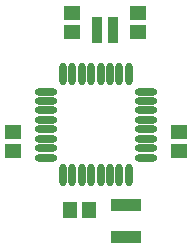
<source format=gtp>
G04*
G04 #@! TF.GenerationSoftware,Altium Limited,Altium Designer,20.0.11 (256)*
G04*
G04 Layer_Color=8421504*
%FSLAX43Y43*%
%MOMM*%
G71*
G01*
G75*
%ADD15R,1.450X1.300*%
%ADD16O,1.950X0.600*%
%ADD17O,0.600X1.950*%
%ADD18R,0.950X2.200*%
%ADD19R,2.600X1.100*%
%ADD20R,1.300X1.450*%
D15*
X25908Y21628D02*
D03*
Y20028D02*
D03*
X29337Y9995D02*
D03*
Y11595D02*
D03*
X15328Y11595D02*
D03*
Y9995D02*
D03*
X20320Y20028D02*
D03*
Y21628D02*
D03*
D16*
X26583Y9392D02*
D03*
Y10192D02*
D03*
Y10992D02*
D03*
Y11792D02*
D03*
Y12592D02*
D03*
Y13392D02*
D03*
Y14192D02*
D03*
Y14992D02*
D03*
X18083D02*
D03*
Y14192D02*
D03*
Y13392D02*
D03*
Y12592D02*
D03*
Y11792D02*
D03*
Y10992D02*
D03*
Y10192D02*
D03*
Y9392D02*
D03*
D17*
X25133Y16442D02*
D03*
X24333D02*
D03*
X23533D02*
D03*
X22733D02*
D03*
X21933D02*
D03*
X21133D02*
D03*
X20333D02*
D03*
X19533D02*
D03*
Y7942D02*
D03*
X20333D02*
D03*
X21133D02*
D03*
X21933D02*
D03*
X22733D02*
D03*
X23533D02*
D03*
X24333D02*
D03*
X25133D02*
D03*
D18*
X23789Y20193D02*
D03*
X22439D02*
D03*
D19*
X24892Y5414D02*
D03*
Y2714D02*
D03*
D20*
X21755Y4953D02*
D03*
X20155D02*
D03*
M02*

</source>
